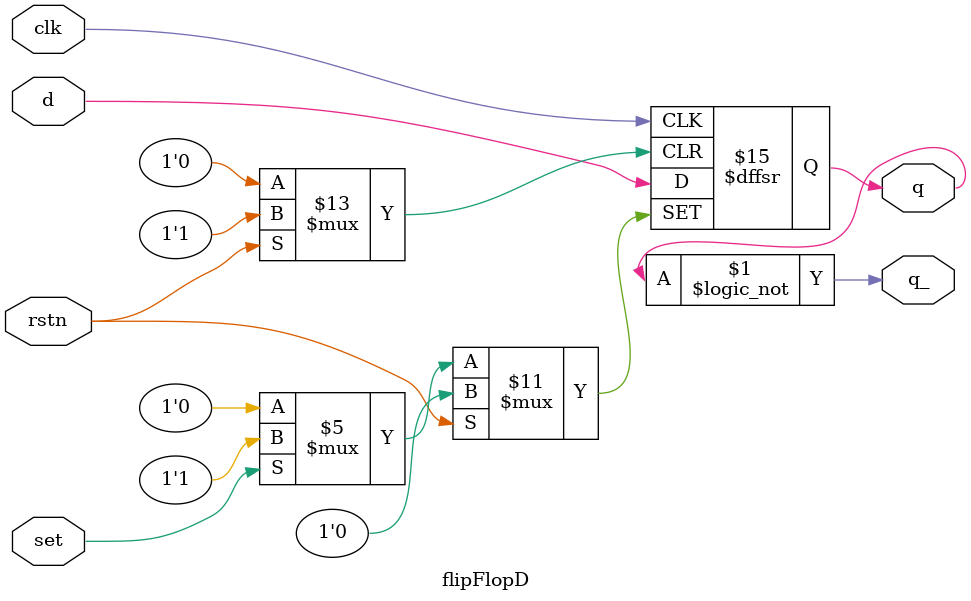
<source format=v>
module flipFlopD (input d,  
	input rstn,  
		input clk,
			input set, 
		output reg q,
	output q_);

	assign q_ = !q;
		  
		always @ (posedge clk or posedge rstn or posedge set)  begin
			if (rstn)  begin
				q <= 0; 
			end else if (set) begin
				q <= 1;
			end else begin 
				q <= d;  
			end
	end

endmodule
</source>
